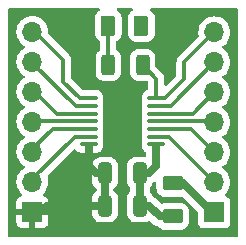
<source format=gbr>
%TF.GenerationSoftware,KiCad,Pcbnew,(7.0.0)*%
%TF.CreationDate,2023-04-14T14:06:49+02:00*%
%TF.ProjectId,ATtiny-final,41547469-6e79-42d6-9669-6e616c2e6b69,rev?*%
%TF.SameCoordinates,Original*%
%TF.FileFunction,Copper,L1,Top*%
%TF.FilePolarity,Positive*%
%FSLAX46Y46*%
G04 Gerber Fmt 4.6, Leading zero omitted, Abs format (unit mm)*
G04 Created by KiCad (PCBNEW (7.0.0)) date 2023-04-14 14:06:49*
%MOMM*%
%LPD*%
G01*
G04 APERTURE LIST*
G04 Aperture macros list*
%AMRoundRect*
0 Rectangle with rounded corners*
0 $1 Rounding radius*
0 $2 $3 $4 $5 $6 $7 $8 $9 X,Y pos of 4 corners*
0 Add a 4 corners polygon primitive as box body*
4,1,4,$2,$3,$4,$5,$6,$7,$8,$9,$2,$3,0*
0 Add four circle primitives for the rounded corners*
1,1,$1+$1,$2,$3*
1,1,$1+$1,$4,$5*
1,1,$1+$1,$6,$7*
1,1,$1+$1,$8,$9*
0 Add four rect primitives between the rounded corners*
20,1,$1+$1,$2,$3,$4,$5,0*
20,1,$1+$1,$4,$5,$6,$7,0*
20,1,$1+$1,$6,$7,$8,$9,0*
20,1,$1+$1,$8,$9,$2,$3,0*%
G04 Aperture macros list end*
%TA.AperFunction,SMDPad,CuDef*%
%ADD10RoundRect,0.250000X0.325000X0.650000X-0.325000X0.650000X-0.325000X-0.650000X0.325000X-0.650000X0*%
%TD*%
%TA.AperFunction,SMDPad,CuDef*%
%ADD11RoundRect,0.250000X0.375000X0.625000X-0.375000X0.625000X-0.375000X-0.625000X0.375000X-0.625000X0*%
%TD*%
%TA.AperFunction,SMDPad,CuDef*%
%ADD12RoundRect,0.250000X0.312500X0.625000X-0.312500X0.625000X-0.312500X-0.625000X0.312500X-0.625000X0*%
%TD*%
%TA.AperFunction,SMDPad,CuDef*%
%ADD13RoundRect,0.250000X0.625000X-0.375000X0.625000X0.375000X-0.625000X0.375000X-0.625000X-0.375000X0*%
%TD*%
%TA.AperFunction,SMDPad,CuDef*%
%ADD14RoundRect,0.100000X0.637500X0.100000X-0.637500X0.100000X-0.637500X-0.100000X0.637500X-0.100000X0*%
%TD*%
%TA.AperFunction,ComponentPad*%
%ADD15R,1.700000X1.700000*%
%TD*%
%TA.AperFunction,ComponentPad*%
%ADD16O,1.700000X1.700000*%
%TD*%
%TA.AperFunction,Conductor*%
%ADD17C,0.700000*%
%TD*%
%TA.AperFunction,Conductor*%
%ADD18C,0.350000*%
%TD*%
G04 APERTURE END LIST*
D10*
%TO.P,C1,1*%
%TO.N,N/C*%
X152701000Y-106150000D03*
%TO.P,C1,2*%
X149751000Y-106150000D03*
%TD*%
D11*
%TO.P,D2,1,K*%
%TO.N,N/C*%
X152825000Y-90890000D03*
%TO.P,D2,2,A*%
X150025000Y-90890000D03*
%TD*%
D10*
%TO.P,C2,1*%
%TO.N,N/C*%
X152701000Y-103400000D03*
%TO.P,C2,2*%
X149751000Y-103400000D03*
%TD*%
D12*
%TO.P,R1,1*%
%TO.N,N/C*%
X152946000Y-94230000D03*
%TO.P,R1,2*%
X150021000Y-94230000D03*
%TD*%
D13*
%TO.P,D1,1,K*%
%TO.N,N/C*%
X155476000Y-107050000D03*
%TO.P,D1,2,A*%
X155476000Y-104250000D03*
%TD*%
D14*
%TO.P,U1,1,VCC*%
%TO.N,N/C*%
X154088500Y-100950000D03*
%TO.P,U1,2,PA4*%
%TO.N,/XDIR{slash}PA4*%
X154088500Y-100300000D03*
%TO.P,U1,3,PA5*%
%TO.N,N/C*%
X154088500Y-99650000D03*
%TO.P,U1,4,PA6*%
%TO.N,/PA6*%
X154088500Y-99000000D03*
%TO.P,U1,5,PA7*%
%TO.N,N/C*%
X154088500Y-98350000D03*
%TO.P,U1,6,PB3*%
X154088500Y-97700000D03*
%TO.P,U1,7,PB2*%
X154088500Y-97050000D03*
%TO.P,U1,8,PB1*%
X148363500Y-97050000D03*
%TO.P,U1,9,PB0*%
X148363500Y-97700000D03*
%TO.P,U1,10,~{RESET}/PA0*%
X148363500Y-98350000D03*
%TO.P,U1,11,PA1*%
X148363500Y-99000000D03*
%TO.P,U1,12,PA2*%
X148363500Y-99650000D03*
%TO.P,U1,13,PA3*%
X148363500Y-100300000D03*
%TO.P,U1,14,GND*%
X148363500Y-100950000D03*
%TD*%
D15*
%TO.P,J1,1,Pin_1*%
%TO.N,VCC*%
X158999999Y-106699999D03*
D16*
%TO.P,J1,2,Pin_2*%
%TO.N,/XDIR{slash}PA4*%
X158999999Y-104159999D03*
%TO.P,J1,3,Pin_3*%
%TO.N,/PA5*%
X158999999Y-101619999D03*
%TO.P,J1,4,Pin_4*%
%TO.N,/PA6*%
X158999999Y-99079999D03*
%TO.P,J1,5,Pin_5*%
%TO.N,/PA7*%
X158999999Y-96539999D03*
%TO.P,J1,6,Pin_6*%
%TO.N,/RxD{slash}PB3*%
X158999999Y-93999999D03*
%TO.P,J1,7,Pin_7*%
%TO.N,/TxD{slash}PB2*%
X158999999Y-91459999D03*
%TD*%
D15*
%TO.P,J2,1,Pin_1*%
%TO.N,GND*%
X143599999Y-106659999D03*
D16*
%TO.P,J2,2,Pin_2*%
%TO.N,/XCK{slash}PA3*%
X143599999Y-104119999D03*
%TO.P,J2,3,Pin_3*%
%TO.N,/RXD{slash}PA2*%
X143599999Y-101579999D03*
%TO.P,J2,4,Pin_4*%
%TO.N,/TXD{slash}PA1*%
X143599999Y-99039999D03*
%TO.P,J2,5,Pin_5*%
%TO.N,/RESET-UDPI*%
X143599999Y-96499999D03*
%TO.P,J2,6,Pin_6*%
%TO.N,/SCL{slash}XDIR{slash}PB0*%
X143599999Y-93959999D03*
%TO.P,J2,7,Pin_7*%
%TO.N,/SDA{slash}XCK{slash}PB1*%
X143599999Y-91419999D03*
%TD*%
D17*
%TO.N,*%
X152701000Y-103400000D02*
X153476000Y-103400000D01*
X155476000Y-107050000D02*
X154376000Y-107050000D01*
X154376000Y-107050000D02*
X153476000Y-106150000D01*
X152701000Y-106150000D02*
X152701000Y-103400000D01*
X153476000Y-103400000D02*
X154088500Y-102787500D01*
D18*
X150025000Y-90890000D02*
X150025000Y-94226000D01*
D17*
X153476000Y-106150000D02*
X152701000Y-106150000D01*
X154088500Y-102787500D02*
X154088500Y-101050000D01*
D18*
X150025000Y-94226000D02*
X150021000Y-94230000D01*
D17*
%TO.N,GND*%
X149751000Y-106150000D02*
X144850000Y-106150000D01*
X148363500Y-101050000D02*
X148363500Y-102787500D01*
X149751000Y-103400000D02*
X149751000Y-106150000D01*
X148363500Y-102787500D02*
X148976000Y-103400000D01*
X144850000Y-106150000D02*
X144540000Y-106460000D01*
X148976000Y-103400000D02*
X149751000Y-103400000D01*
X144540000Y-106460000D02*
X143600000Y-106460000D01*
%TO.N,VCC*%
X158866000Y-106540000D02*
X158876000Y-106540000D01*
X156362000Y-104250000D02*
X158788000Y-106676000D01*
X155476000Y-104250000D02*
X156362000Y-104250000D01*
D18*
%TO.N,/XDIR{slash}PA4*%
X155140000Y-100300000D02*
X159000000Y-104160000D01*
X154081250Y-100300000D02*
X155140000Y-100300000D01*
%TO.N,/PA5*%
X157030000Y-99650000D02*
X154088500Y-99650000D01*
X159000000Y-101620000D02*
X157030000Y-99650000D01*
%TO.N,/PA6*%
X158920000Y-99000000D02*
X154088500Y-99000000D01*
X158796000Y-99000000D02*
X158876000Y-98920000D01*
X159000000Y-99080000D02*
X158920000Y-99000000D01*
%TO.N,/PA7*%
X157190000Y-98350000D02*
X159000000Y-96540000D01*
X154088500Y-98350000D02*
X157190000Y-98350000D01*
%TO.N,/RxD{slash}PB3*%
X154088500Y-97700000D02*
X155176000Y-97700000D01*
X159000000Y-94000000D02*
X155300000Y-97700000D01*
X155300000Y-97700000D02*
X155201000Y-97700000D01*
%TO.N,/TxD{slash}PB2*%
X154088500Y-97050000D02*
X154088500Y-95372500D01*
X154826000Y-97050000D02*
X156476000Y-95400000D01*
X156476000Y-93984000D02*
X159000000Y-91460000D01*
X156476000Y-95400000D02*
X156476000Y-93984000D01*
X154088500Y-97050000D02*
X154826000Y-97050000D01*
X154088500Y-95372500D02*
X152946000Y-94230000D01*
%TO.N,/XCK{slash}PA3*%
X148363500Y-100300000D02*
X147326000Y-100300000D01*
X147220000Y-100300000D02*
X147251000Y-100300000D01*
X143626000Y-104000000D02*
X143626000Y-104050000D01*
X143600000Y-103920000D02*
X147220000Y-100300000D01*
%TO.N,/RXD{slash}PA2*%
X145330000Y-99650000D02*
X143600000Y-101380000D01*
X148363500Y-99650000D02*
X145330000Y-99650000D01*
%TO.N,/TXD{slash}PA1*%
X148363500Y-99000000D02*
X148333500Y-98970000D01*
X143760000Y-99000000D02*
X148363500Y-99000000D01*
X143600000Y-98840000D02*
X143760000Y-99000000D01*
%TO.N,/RESET-UDPI*%
X148363500Y-98350000D02*
X145650000Y-98350000D01*
X145650000Y-98350000D02*
X143600000Y-96300000D01*
X143656000Y-96400000D02*
X143626000Y-96430000D01*
%TO.N,/SCL{slash}XDIR{slash}PB0*%
X143600000Y-94049000D02*
X147251000Y-97700000D01*
X143600000Y-93760000D02*
X143600000Y-94049000D01*
X143716000Y-93890000D02*
X143626000Y-93890000D01*
X148363500Y-97700000D02*
X147276000Y-97700000D01*
%TO.N,/SDA{slash}XCK{slash}PB1*%
X143600000Y-91220000D02*
X146226000Y-93846000D01*
X146226000Y-93846000D02*
X146226000Y-95650000D01*
X146226000Y-95650000D02*
X147626000Y-97050000D01*
X147626000Y-97050000D02*
X148363500Y-97050000D01*
%TD*%
%TA.AperFunction,Conductor*%
%TO.N,GND*%
G36*
X149246119Y-89416754D02*
G01*
X149291404Y-89461255D01*
X149308726Y-89522336D01*
X149293545Y-89583985D01*
X149249841Y-89630039D01*
X149187488Y-89668497D01*
X149187480Y-89668503D01*
X149181344Y-89672288D01*
X149176242Y-89677389D01*
X149176238Y-89677393D01*
X149062393Y-89791238D01*
X149062389Y-89791242D01*
X149057288Y-89796344D01*
X149053503Y-89802480D01*
X149053497Y-89802488D01*
X148968977Y-89939519D01*
X148965186Y-89945666D01*
X148962915Y-89952517D01*
X148962914Y-89952521D01*
X148912131Y-90105774D01*
X148910001Y-90112203D01*
X148909313Y-90118933D01*
X148909312Y-90118940D01*
X148899819Y-90211859D01*
X148899818Y-90211877D01*
X148899500Y-90214991D01*
X148899500Y-90218138D01*
X148899500Y-90218139D01*
X148899500Y-91561859D01*
X148899500Y-91561878D01*
X148899501Y-91565008D01*
X148899820Y-91568140D01*
X148899821Y-91568141D01*
X148909312Y-91661061D01*
X148909313Y-91661069D01*
X148910001Y-91667797D01*
X148965186Y-91834334D01*
X148968977Y-91840480D01*
X149053497Y-91977511D01*
X149053500Y-91977515D01*
X149057288Y-91983656D01*
X149181344Y-92107712D01*
X149290597Y-92175099D01*
X149333777Y-92220206D01*
X149349500Y-92280638D01*
X149349500Y-92875444D01*
X149333778Y-92935876D01*
X149290597Y-92980982D01*
X149245999Y-93008490D01*
X149245989Y-93008497D01*
X149239844Y-93012288D01*
X149234736Y-93017395D01*
X149234732Y-93017399D01*
X149120893Y-93131238D01*
X149120889Y-93131242D01*
X149115788Y-93136344D01*
X149112003Y-93142480D01*
X149111997Y-93142488D01*
X149028580Y-93277731D01*
X149023686Y-93285666D01*
X149021415Y-93292517D01*
X149021414Y-93292521D01*
X148970631Y-93445774D01*
X148968501Y-93452203D01*
X148967813Y-93458933D01*
X148967812Y-93458940D01*
X148958319Y-93551859D01*
X148958318Y-93551877D01*
X148958000Y-93554991D01*
X148958000Y-93558138D01*
X148958000Y-93558139D01*
X148958000Y-94901859D01*
X148958000Y-94901878D01*
X148958001Y-94905008D01*
X148958320Y-94908140D01*
X148958321Y-94908141D01*
X148967812Y-95001061D01*
X148967813Y-95001069D01*
X148968501Y-95007797D01*
X148970629Y-95014219D01*
X148970630Y-95014223D01*
X149021414Y-95167478D01*
X149023686Y-95174334D01*
X149027477Y-95180480D01*
X149111997Y-95317511D01*
X149112000Y-95317515D01*
X149115788Y-95323656D01*
X149239844Y-95447712D01*
X149245985Y-95451500D01*
X149245988Y-95451502D01*
X149262206Y-95461505D01*
X149389166Y-95539814D01*
X149555703Y-95594999D01*
X149658491Y-95605500D01*
X150383508Y-95605499D01*
X150486297Y-95594999D01*
X150652834Y-95539814D01*
X150802156Y-95447712D01*
X150926212Y-95323656D01*
X151018314Y-95174334D01*
X151073499Y-95007797D01*
X151084000Y-94905009D01*
X151083999Y-93554992D01*
X151073499Y-93452203D01*
X151018314Y-93285666D01*
X150926212Y-93136344D01*
X150802156Y-93012288D01*
X150796007Y-93008495D01*
X150796003Y-93008492D01*
X150759404Y-92985918D01*
X150716223Y-92940811D01*
X150700500Y-92880379D01*
X150700500Y-92280638D01*
X150716223Y-92220206D01*
X150759402Y-92175099D01*
X150868656Y-92107712D01*
X150992712Y-91983656D01*
X151084814Y-91834334D01*
X151139999Y-91667797D01*
X151150500Y-91565009D01*
X151150499Y-90214992D01*
X151139999Y-90112203D01*
X151084814Y-89945666D01*
X150992712Y-89796344D01*
X150868656Y-89672288D01*
X150862515Y-89668500D01*
X150862511Y-89668497D01*
X150800159Y-89630039D01*
X150756455Y-89583985D01*
X150741274Y-89522336D01*
X150758596Y-89461255D01*
X150803881Y-89416754D01*
X150865255Y-89400500D01*
X151984745Y-89400500D01*
X152046119Y-89416754D01*
X152091404Y-89461255D01*
X152108726Y-89522336D01*
X152093545Y-89583985D01*
X152049841Y-89630039D01*
X151987488Y-89668497D01*
X151987480Y-89668503D01*
X151981344Y-89672288D01*
X151976242Y-89677389D01*
X151976238Y-89677393D01*
X151862393Y-89791238D01*
X151862389Y-89791242D01*
X151857288Y-89796344D01*
X151853503Y-89802480D01*
X151853497Y-89802488D01*
X151768977Y-89939519D01*
X151765186Y-89945666D01*
X151762915Y-89952517D01*
X151762914Y-89952521D01*
X151712131Y-90105774D01*
X151710001Y-90112203D01*
X151709313Y-90118933D01*
X151709312Y-90118940D01*
X151699819Y-90211859D01*
X151699818Y-90211877D01*
X151699500Y-90214991D01*
X151699500Y-90218138D01*
X151699500Y-90218139D01*
X151699500Y-91561859D01*
X151699500Y-91561878D01*
X151699501Y-91565008D01*
X151699820Y-91568140D01*
X151699821Y-91568141D01*
X151709312Y-91661061D01*
X151709313Y-91661069D01*
X151710001Y-91667797D01*
X151765186Y-91834334D01*
X151768977Y-91840480D01*
X151853497Y-91977511D01*
X151853500Y-91977515D01*
X151857288Y-91983656D01*
X151981344Y-92107712D01*
X151987484Y-92111499D01*
X151987488Y-92111502D01*
X152022224Y-92132927D01*
X152130666Y-92199814D01*
X152297203Y-92254999D01*
X152399991Y-92265500D01*
X153250008Y-92265499D01*
X153352797Y-92254999D01*
X153519334Y-92199814D01*
X153668656Y-92107712D01*
X153792712Y-91983656D01*
X153884814Y-91834334D01*
X153939999Y-91667797D01*
X153950500Y-91565009D01*
X153950499Y-90214992D01*
X153939999Y-90112203D01*
X153884814Y-89945666D01*
X153792712Y-89796344D01*
X153668656Y-89672288D01*
X153662515Y-89668500D01*
X153662511Y-89668497D01*
X153600159Y-89630039D01*
X153556455Y-89583985D01*
X153541274Y-89522336D01*
X153558596Y-89461255D01*
X153603881Y-89416754D01*
X153665255Y-89400500D01*
X160875500Y-89400500D01*
X160937500Y-89417113D01*
X160982887Y-89462500D01*
X160999500Y-89524500D01*
X160999500Y-108675500D01*
X160982887Y-108737500D01*
X160937500Y-108782887D01*
X160875500Y-108799500D01*
X141652500Y-108799500D01*
X141590500Y-108782887D01*
X141545113Y-108737500D01*
X141528500Y-108675500D01*
X141528500Y-107554518D01*
X142250000Y-107554518D01*
X142250353Y-107561114D01*
X142255573Y-107609667D01*
X142259111Y-107624641D01*
X142303547Y-107743777D01*
X142311962Y-107759189D01*
X142387498Y-107860092D01*
X142399907Y-107872501D01*
X142500810Y-107948037D01*
X142516222Y-107956452D01*
X142635358Y-108000888D01*
X142650332Y-108004426D01*
X142698885Y-108009646D01*
X142705482Y-108010000D01*
X143333674Y-108010000D01*
X143346549Y-108006549D01*
X143350000Y-107993674D01*
X143850000Y-107993674D01*
X143853450Y-108006549D01*
X143866326Y-108010000D01*
X144494518Y-108010000D01*
X144501114Y-108009646D01*
X144549667Y-108004426D01*
X144564641Y-108000888D01*
X144683777Y-107956452D01*
X144699189Y-107948037D01*
X144800092Y-107872501D01*
X144812501Y-107860092D01*
X144888037Y-107759189D01*
X144896452Y-107743777D01*
X144940888Y-107624641D01*
X144944426Y-107609667D01*
X144949646Y-107561114D01*
X144950000Y-107554518D01*
X144950000Y-106926326D01*
X144946549Y-106913450D01*
X144933674Y-106910000D01*
X143866326Y-106910000D01*
X143853450Y-106913450D01*
X143850000Y-106926326D01*
X143850000Y-107993674D01*
X143350000Y-107993674D01*
X143350000Y-106926326D01*
X143346549Y-106913450D01*
X143333674Y-106910000D01*
X142266326Y-106910000D01*
X142253450Y-106913450D01*
X142250000Y-106926326D01*
X142250000Y-107554518D01*
X141528500Y-107554518D01*
X141528500Y-106846878D01*
X148675500Y-106846878D01*
X148675501Y-106850008D01*
X148675820Y-106853140D01*
X148675821Y-106853141D01*
X148685312Y-106946061D01*
X148685313Y-106946069D01*
X148686001Y-106952797D01*
X148741186Y-107119334D01*
X148744977Y-107125480D01*
X148829497Y-107262511D01*
X148829500Y-107262515D01*
X148833288Y-107268656D01*
X148957344Y-107392712D01*
X148963485Y-107396500D01*
X148963488Y-107396502D01*
X148998850Y-107418313D01*
X149106666Y-107484814D01*
X149273203Y-107539999D01*
X149375991Y-107550500D01*
X150126008Y-107550499D01*
X150228797Y-107539999D01*
X150395334Y-107484814D01*
X150544656Y-107392712D01*
X150668712Y-107268656D01*
X150760814Y-107119334D01*
X150815999Y-106952797D01*
X150826500Y-106850009D01*
X150826500Y-106846878D01*
X151625500Y-106846878D01*
X151625501Y-106850008D01*
X151625820Y-106853140D01*
X151625821Y-106853141D01*
X151635312Y-106946061D01*
X151635313Y-106946069D01*
X151636001Y-106952797D01*
X151691186Y-107119334D01*
X151694977Y-107125480D01*
X151779497Y-107262511D01*
X151779500Y-107262515D01*
X151783288Y-107268656D01*
X151907344Y-107392712D01*
X151913485Y-107396500D01*
X151913488Y-107396502D01*
X151948850Y-107418313D01*
X152056666Y-107484814D01*
X152223203Y-107539999D01*
X152325991Y-107550500D01*
X153076008Y-107550499D01*
X153178797Y-107539999D01*
X153345334Y-107484814D01*
X153424363Y-107436068D01*
X153476256Y-107418313D01*
X153530736Y-107424680D01*
X153577138Y-107453927D01*
X153746598Y-107623387D01*
X153753425Y-107630792D01*
X153787663Y-107671100D01*
X153793012Y-107675166D01*
X153793014Y-107675168D01*
X153850772Y-107719074D01*
X153853418Y-107721143D01*
X153900750Y-107759189D01*
X153915246Y-107770841D01*
X153921268Y-107773827D01*
X153925334Y-107776426D01*
X153929573Y-107778976D01*
X153934936Y-107783054D01*
X154003980Y-107814997D01*
X154006913Y-107816354D01*
X154009943Y-107817805D01*
X154080979Y-107853036D01*
X154087508Y-107854659D01*
X154092163Y-107856369D01*
X154096727Y-107857907D01*
X154102833Y-107860732D01*
X154180291Y-107877781D01*
X154183554Y-107878546D01*
X154229505Y-107889974D01*
X154287259Y-107922626D01*
X154382344Y-108017712D01*
X154388485Y-108021500D01*
X154388488Y-108021502D01*
X154435502Y-108050500D01*
X154531666Y-108109814D01*
X154698203Y-108164999D01*
X154800991Y-108175500D01*
X156151008Y-108175499D01*
X156253797Y-108164999D01*
X156420334Y-108109814D01*
X156569656Y-108017712D01*
X156693712Y-107893656D01*
X156785814Y-107744334D01*
X156840999Y-107577797D01*
X156851500Y-107475009D01*
X156851499Y-106624992D01*
X156840999Y-106522203D01*
X156785814Y-106355666D01*
X156693712Y-106206344D01*
X156569656Y-106082288D01*
X156563515Y-106078500D01*
X156563511Y-106078497D01*
X156447804Y-106007130D01*
X156420334Y-105990186D01*
X156253797Y-105935001D01*
X156247064Y-105934313D01*
X156247059Y-105934312D01*
X156154140Y-105924819D01*
X156154123Y-105924818D01*
X156151009Y-105924500D01*
X156147860Y-105924500D01*
X154804140Y-105924500D01*
X154804120Y-105924500D01*
X154800992Y-105924501D01*
X154797860Y-105924820D01*
X154797858Y-105924821D01*
X154704938Y-105934312D01*
X154704928Y-105934313D01*
X154698203Y-105935001D01*
X154691780Y-105937129D01*
X154691772Y-105937131D01*
X154594734Y-105969286D01*
X154527134Y-105972237D01*
X154468050Y-105939261D01*
X154105400Y-105576611D01*
X154098573Y-105569206D01*
X154064337Y-105528900D01*
X154001213Y-105480914D01*
X153998622Y-105478889D01*
X153936754Y-105429158D01*
X153930732Y-105426171D01*
X153926630Y-105423549D01*
X153922412Y-105421011D01*
X153917064Y-105416946D01*
X153845082Y-105383643D01*
X153842058Y-105382193D01*
X153811259Y-105366919D01*
X153772735Y-105337145D01*
X153748645Y-105294833D01*
X153713086Y-105187523D01*
X153710814Y-105180666D01*
X153618712Y-105031344D01*
X153587819Y-105000451D01*
X153560939Y-104960223D01*
X153551500Y-104912770D01*
X153551500Y-104637230D01*
X153560939Y-104589777D01*
X153587819Y-104549549D01*
X153587818Y-104549549D01*
X153618712Y-104518656D01*
X153710814Y-104369334D01*
X153747663Y-104258128D01*
X153777473Y-104209669D01*
X153822780Y-104181491D01*
X153822745Y-104181415D01*
X153823359Y-104181130D01*
X153825781Y-104179624D01*
X153835221Y-104176444D01*
X153840989Y-104172972D01*
X153845433Y-104170917D01*
X153849794Y-104168754D01*
X153856116Y-104166432D01*
X153909715Y-104132171D01*
X153972302Y-104112721D01*
X154036060Y-104127891D01*
X154083180Y-104173442D01*
X154100500Y-104236650D01*
X154100500Y-104671858D01*
X154100500Y-104671877D01*
X154100501Y-104675008D01*
X154100820Y-104678140D01*
X154100821Y-104678141D01*
X154110312Y-104771061D01*
X154110313Y-104771069D01*
X154111001Y-104777797D01*
X154113129Y-104784219D01*
X154113130Y-104784223D01*
X154145046Y-104880539D01*
X154166186Y-104944334D01*
X154169977Y-104950480D01*
X154254497Y-105087511D01*
X154254500Y-105087515D01*
X154258288Y-105093656D01*
X154382344Y-105217712D01*
X154388485Y-105221500D01*
X154388488Y-105221502D01*
X154398623Y-105227753D01*
X154531666Y-105309814D01*
X154698203Y-105364999D01*
X154800991Y-105375500D01*
X156151008Y-105375499D01*
X156213703Y-105369094D01*
X156267863Y-105375625D01*
X156313982Y-105404771D01*
X157613181Y-106703970D01*
X157640061Y-106744198D01*
X157649500Y-106791651D01*
X157649500Y-107594560D01*
X157649500Y-107594578D01*
X157649501Y-107597872D01*
X157649853Y-107601150D01*
X157649854Y-107601161D01*
X157655079Y-107649768D01*
X157655080Y-107649773D01*
X157655909Y-107657483D01*
X157658619Y-107664749D01*
X157658620Y-107664753D01*
X157688302Y-107744334D01*
X157706204Y-107792331D01*
X157711518Y-107799430D01*
X157711519Y-107799431D01*
X157785877Y-107898761D01*
X157792454Y-107907546D01*
X157907669Y-107993796D01*
X158042517Y-108044091D01*
X158102127Y-108050500D01*
X159897872Y-108050499D01*
X159957483Y-108044091D01*
X160092331Y-107993796D01*
X160207546Y-107907546D01*
X160293796Y-107792331D01*
X160344091Y-107657483D01*
X160350500Y-107597873D01*
X160350499Y-105802128D01*
X160344091Y-105742517D01*
X160293796Y-105607669D01*
X160207546Y-105492454D01*
X160189377Y-105478853D01*
X160099431Y-105411519D01*
X160099430Y-105411518D01*
X160092331Y-105406204D01*
X160022359Y-105380106D01*
X159960916Y-105357189D01*
X159910537Y-105322210D01*
X159883084Y-105267365D01*
X159885273Y-105206072D01*
X159916566Y-105153329D01*
X160038495Y-105031401D01*
X160174035Y-104837830D01*
X160273903Y-104623663D01*
X160335063Y-104395408D01*
X160355659Y-104160000D01*
X160335063Y-103924592D01*
X160273903Y-103696337D01*
X160174035Y-103482171D01*
X160038495Y-103288599D01*
X159871401Y-103121505D01*
X159866968Y-103118401D01*
X159866961Y-103118395D01*
X159685842Y-102991575D01*
X159646976Y-102947257D01*
X159632965Y-102890000D01*
X159646976Y-102832743D01*
X159685842Y-102788425D01*
X159866961Y-102661604D01*
X159866961Y-102661603D01*
X159871401Y-102658495D01*
X160038495Y-102491401D01*
X160174035Y-102297830D01*
X160273903Y-102083663D01*
X160335063Y-101855408D01*
X160355659Y-101620000D01*
X160335063Y-101384592D01*
X160273903Y-101156337D01*
X160174035Y-100942171D01*
X160038495Y-100748599D01*
X159871401Y-100581505D01*
X159866968Y-100578401D01*
X159866961Y-100578395D01*
X159685842Y-100451575D01*
X159646976Y-100407257D01*
X159632965Y-100350000D01*
X159646976Y-100292743D01*
X159685842Y-100248425D01*
X159866961Y-100121604D01*
X159866961Y-100121603D01*
X159871401Y-100118495D01*
X160038495Y-99951401D01*
X160174035Y-99757830D01*
X160273903Y-99543663D01*
X160335063Y-99315408D01*
X160355659Y-99080000D01*
X160335063Y-98844592D01*
X160273903Y-98616337D01*
X160174035Y-98402171D01*
X160038495Y-98208599D01*
X159871401Y-98041505D01*
X159866968Y-98038401D01*
X159866961Y-98038395D01*
X159685842Y-97911575D01*
X159646976Y-97867257D01*
X159632965Y-97810000D01*
X159646976Y-97752743D01*
X159685842Y-97708425D01*
X159866961Y-97581604D01*
X159866961Y-97581603D01*
X159871401Y-97578495D01*
X160038495Y-97411401D01*
X160174035Y-97217830D01*
X160273903Y-97003663D01*
X160335063Y-96775408D01*
X160355659Y-96540000D01*
X160335063Y-96304592D01*
X160273903Y-96076337D01*
X160174035Y-95862171D01*
X160038495Y-95668599D01*
X159871401Y-95501505D01*
X159866968Y-95498401D01*
X159866961Y-95498395D01*
X159685842Y-95371575D01*
X159646976Y-95327257D01*
X159632965Y-95270000D01*
X159646976Y-95212743D01*
X159685842Y-95168425D01*
X159866961Y-95041604D01*
X159866961Y-95041603D01*
X159871401Y-95038495D01*
X160038495Y-94871401D01*
X160174035Y-94677830D01*
X160273903Y-94463663D01*
X160335063Y-94235408D01*
X160355659Y-94000000D01*
X160335063Y-93764592D01*
X160273903Y-93536337D01*
X160174035Y-93322171D01*
X160038495Y-93128599D01*
X159871401Y-92961505D01*
X159866968Y-92958401D01*
X159866961Y-92958395D01*
X159685842Y-92831575D01*
X159646976Y-92787257D01*
X159632965Y-92730000D01*
X159646976Y-92672743D01*
X159685842Y-92628425D01*
X159866961Y-92501604D01*
X159866961Y-92501603D01*
X159871401Y-92498495D01*
X160038495Y-92331401D01*
X160174035Y-92137830D01*
X160273903Y-91923663D01*
X160335063Y-91695408D01*
X160355659Y-91460000D01*
X160335063Y-91224592D01*
X160273903Y-90996337D01*
X160174035Y-90782171D01*
X160038495Y-90588599D01*
X159871401Y-90421505D01*
X159866970Y-90418402D01*
X159866966Y-90418399D01*
X159682259Y-90289066D01*
X159682257Y-90289064D01*
X159677830Y-90285965D01*
X159672933Y-90283681D01*
X159672927Y-90283678D01*
X159468572Y-90188386D01*
X159468570Y-90188385D01*
X159463663Y-90186097D01*
X159458438Y-90184697D01*
X159458430Y-90184694D01*
X159240634Y-90126337D01*
X159240630Y-90126336D01*
X159235408Y-90124937D01*
X159230020Y-90124465D01*
X159230017Y-90124465D01*
X159005395Y-90104813D01*
X159000000Y-90104341D01*
X158994605Y-90104813D01*
X158769982Y-90124465D01*
X158769977Y-90124465D01*
X158764592Y-90124937D01*
X158759371Y-90126335D01*
X158759365Y-90126337D01*
X158541569Y-90184694D01*
X158541557Y-90184698D01*
X158536337Y-90186097D01*
X158531432Y-90188383D01*
X158531427Y-90188386D01*
X158327081Y-90283675D01*
X158327077Y-90283677D01*
X158322171Y-90285965D01*
X158317738Y-90289068D01*
X158317731Y-90289073D01*
X158133034Y-90418399D01*
X158133029Y-90418402D01*
X158128599Y-90421505D01*
X158124775Y-90425328D01*
X158124769Y-90425334D01*
X157965334Y-90584769D01*
X157965328Y-90584775D01*
X157961505Y-90588599D01*
X157958402Y-90593029D01*
X157958399Y-90593034D01*
X157829073Y-90777731D01*
X157829068Y-90777738D01*
X157825965Y-90782171D01*
X157823677Y-90787077D01*
X157823675Y-90787081D01*
X157728386Y-90991427D01*
X157728383Y-90991432D01*
X157726097Y-90996337D01*
X157724698Y-91001557D01*
X157724694Y-91001569D01*
X157666337Y-91219365D01*
X157666335Y-91219371D01*
X157664937Y-91224592D01*
X157644341Y-91460000D01*
X157644813Y-91465395D01*
X157663083Y-91674225D01*
X157664937Y-91695408D01*
X157666336Y-91700630D01*
X157666337Y-91700634D01*
X157676913Y-91740104D01*
X157676913Y-91804291D01*
X157644819Y-91859878D01*
X156015424Y-93489273D01*
X156009972Y-93494405D01*
X155972286Y-93527792D01*
X155972278Y-93527800D01*
X155966668Y-93532771D01*
X155962407Y-93538943D01*
X155962406Y-93538945D01*
X155933800Y-93580387D01*
X155929363Y-93586416D01*
X155898298Y-93626068D01*
X155898293Y-93626076D01*
X155893674Y-93631972D01*
X155890600Y-93638800D01*
X155890597Y-93638806D01*
X155889823Y-93640527D01*
X155878810Y-93660054D01*
X155877741Y-93661601D01*
X155877736Y-93661609D01*
X155873482Y-93667774D01*
X155870825Y-93674779D01*
X155870820Y-93674789D01*
X155852964Y-93721869D01*
X155850102Y-93728781D01*
X155829426Y-93774724D01*
X155829423Y-93774730D01*
X155826350Y-93781561D01*
X155824999Y-93788931D01*
X155824997Y-93788938D01*
X155824660Y-93790780D01*
X155818639Y-93812377D01*
X155817971Y-93814136D01*
X155817966Y-93814156D01*
X155815312Y-93821155D01*
X155814409Y-93828586D01*
X155814406Y-93828601D01*
X155808333Y-93878613D01*
X155807208Y-93886011D01*
X155796781Y-93942915D01*
X155799907Y-93994605D01*
X155800274Y-94000665D01*
X155800500Y-94008151D01*
X155800500Y-95068836D01*
X155791061Y-95116289D01*
X155764180Y-95156517D01*
X155287665Y-95633034D01*
X154975681Y-95945018D01*
X154926318Y-95975268D01*
X154868602Y-95979810D01*
X154815115Y-95957655D01*
X154777515Y-95913632D01*
X154764000Y-95857337D01*
X154764000Y-95396651D01*
X154764226Y-95389165D01*
X154765373Y-95370199D01*
X154767719Y-95331415D01*
X154757284Y-95274477D01*
X154756163Y-95267103D01*
X154750092Y-95217101D01*
X154749188Y-95209655D01*
X154745862Y-95200887D01*
X154739837Y-95179269D01*
X154738150Y-95170061D01*
X154714398Y-95117286D01*
X154711539Y-95110382D01*
X154693680Y-95063292D01*
X154693678Y-95063289D01*
X154691018Y-95056274D01*
X154686754Y-95050097D01*
X154686753Y-95050094D01*
X154685694Y-95048560D01*
X154674672Y-95029018D01*
X154670826Y-95020472D01*
X154635139Y-94974922D01*
X154630700Y-94968890D01*
X154602093Y-94927444D01*
X154602092Y-94927443D01*
X154597832Y-94921271D01*
X154554527Y-94882906D01*
X154549073Y-94877772D01*
X154045318Y-94374017D01*
X154018438Y-94333789D01*
X154008999Y-94286336D01*
X154008999Y-93558141D01*
X154008999Y-93558139D01*
X154008999Y-93554992D01*
X153998499Y-93452203D01*
X153943314Y-93285666D01*
X153851212Y-93136344D01*
X153727156Y-93012288D01*
X153721015Y-93008500D01*
X153721011Y-93008497D01*
X153583980Y-92923977D01*
X153577834Y-92920186D01*
X153411297Y-92865001D01*
X153404564Y-92864313D01*
X153404559Y-92864312D01*
X153311640Y-92854819D01*
X153311623Y-92854818D01*
X153308509Y-92854500D01*
X153305360Y-92854500D01*
X152586641Y-92854500D01*
X152586621Y-92854500D01*
X152583492Y-92854501D01*
X152580360Y-92854820D01*
X152580358Y-92854821D01*
X152487438Y-92864312D01*
X152487428Y-92864313D01*
X152480703Y-92865001D01*
X152474281Y-92867128D01*
X152474276Y-92867130D01*
X152321021Y-92917914D01*
X152321017Y-92917915D01*
X152314166Y-92920186D01*
X152308022Y-92923975D01*
X152308019Y-92923977D01*
X152170988Y-93008497D01*
X152170980Y-93008503D01*
X152164844Y-93012288D01*
X152159742Y-93017389D01*
X152159738Y-93017393D01*
X152045893Y-93131238D01*
X152045889Y-93131242D01*
X152040788Y-93136344D01*
X152037003Y-93142480D01*
X152036997Y-93142488D01*
X151953580Y-93277731D01*
X151948686Y-93285666D01*
X151946415Y-93292517D01*
X151946414Y-93292521D01*
X151895631Y-93445774D01*
X151893501Y-93452203D01*
X151892813Y-93458933D01*
X151892812Y-93458940D01*
X151883319Y-93551859D01*
X151883318Y-93551877D01*
X151883000Y-93554991D01*
X151883000Y-93558138D01*
X151883000Y-93558139D01*
X151883000Y-94901859D01*
X151883000Y-94901878D01*
X151883001Y-94905008D01*
X151883320Y-94908140D01*
X151883321Y-94908141D01*
X151892812Y-95001061D01*
X151892813Y-95001069D01*
X151893501Y-95007797D01*
X151895629Y-95014219D01*
X151895630Y-95014223D01*
X151946414Y-95167478D01*
X151948686Y-95174334D01*
X151952477Y-95180480D01*
X152036997Y-95317511D01*
X152037000Y-95317515D01*
X152040788Y-95323656D01*
X152164844Y-95447712D01*
X152170985Y-95451500D01*
X152170988Y-95451502D01*
X152187206Y-95461505D01*
X152314166Y-95539814D01*
X152480703Y-95594999D01*
X152583491Y-95605500D01*
X153289000Y-95605499D01*
X153351000Y-95622112D01*
X153396387Y-95667499D01*
X153413000Y-95729499D01*
X153413000Y-96240576D01*
X153398989Y-96297833D01*
X153360123Y-96342151D01*
X153310095Y-96361604D01*
X153310146Y-96361792D01*
X153308437Y-96362249D01*
X153305184Y-96363515D01*
X153302296Y-96363895D01*
X153302294Y-96363895D01*
X153294238Y-96364956D01*
X153286738Y-96368062D01*
X153286729Y-96368065D01*
X153155666Y-96422354D01*
X153155662Y-96422355D01*
X153148159Y-96425464D01*
X153141714Y-96430408D01*
X153141711Y-96430411D01*
X153029164Y-96516771D01*
X153029160Y-96516774D01*
X153022718Y-96521718D01*
X153017774Y-96528160D01*
X153017771Y-96528164D01*
X152931411Y-96640711D01*
X152931408Y-96640714D01*
X152926464Y-96647159D01*
X152923355Y-96654662D01*
X152923354Y-96654666D01*
X152869066Y-96785728D01*
X152869066Y-96785729D01*
X152865956Y-96793238D01*
X152864896Y-96801289D01*
X152864894Y-96801297D01*
X152851029Y-96906618D01*
X152850500Y-96910639D01*
X152850500Y-96914691D01*
X152850500Y-96914692D01*
X152850500Y-97185305D01*
X152850500Y-97185320D01*
X152850501Y-97189360D01*
X152851029Y-97193374D01*
X152851030Y-97193382D01*
X152854832Y-97222259D01*
X152865956Y-97306762D01*
X152869064Y-97314265D01*
X152869065Y-97314269D01*
X152874566Y-97327549D01*
X152884004Y-97375000D01*
X152874566Y-97422451D01*
X152869066Y-97435728D01*
X152869064Y-97435733D01*
X152865956Y-97443238D01*
X152864896Y-97451289D01*
X152864894Y-97451297D01*
X152851029Y-97556618D01*
X152850500Y-97560639D01*
X152850500Y-97564691D01*
X152850500Y-97564692D01*
X152850500Y-97835305D01*
X152850500Y-97835320D01*
X152850501Y-97839360D01*
X152851029Y-97843374D01*
X152851030Y-97843382D01*
X152864895Y-97948703D01*
X152865956Y-97956762D01*
X152869064Y-97964265D01*
X152869065Y-97964269D01*
X152874566Y-97977549D01*
X152884004Y-98025000D01*
X152874566Y-98072451D01*
X152869066Y-98085728D01*
X152869064Y-98085733D01*
X152865956Y-98093238D01*
X152864896Y-98101289D01*
X152864894Y-98101297D01*
X152851029Y-98206618D01*
X152850500Y-98210639D01*
X152850500Y-98214691D01*
X152850500Y-98214692D01*
X152850500Y-98485305D01*
X152850500Y-98485320D01*
X152850501Y-98489360D01*
X152851029Y-98493374D01*
X152851030Y-98493382D01*
X152864895Y-98598703D01*
X152865956Y-98606762D01*
X152869063Y-98614263D01*
X152869065Y-98614270D01*
X152872089Y-98621569D01*
X152874562Y-98627540D01*
X152874565Y-98627546D01*
X152884004Y-98674997D01*
X152874567Y-98722448D01*
X152869066Y-98735728D01*
X152869064Y-98735733D01*
X152865956Y-98743238D01*
X152864896Y-98751289D01*
X152864894Y-98751297D01*
X152851029Y-98856618D01*
X152850500Y-98860639D01*
X152850500Y-98864691D01*
X152850500Y-98864692D01*
X152850500Y-99135305D01*
X152850500Y-99135320D01*
X152850501Y-99139360D01*
X152865956Y-99256762D01*
X152869064Y-99264265D01*
X152869065Y-99264269D01*
X152874566Y-99277549D01*
X152884004Y-99325000D01*
X152874566Y-99372451D01*
X152869066Y-99385728D01*
X152869064Y-99385733D01*
X152865956Y-99393238D01*
X152864896Y-99401289D01*
X152864894Y-99401297D01*
X152851029Y-99506618D01*
X152850500Y-99510639D01*
X152850500Y-99514691D01*
X152850500Y-99514692D01*
X152850500Y-99785305D01*
X152850500Y-99785320D01*
X152850501Y-99789360D01*
X152865956Y-99906762D01*
X152869064Y-99914265D01*
X152869065Y-99914269D01*
X152874566Y-99927549D01*
X152884004Y-99975000D01*
X152874566Y-100022451D01*
X152869066Y-100035728D01*
X152869064Y-100035733D01*
X152865956Y-100043238D01*
X152864896Y-100051289D01*
X152864894Y-100051297D01*
X152851029Y-100156618D01*
X152850500Y-100160639D01*
X152850500Y-100164691D01*
X152850500Y-100164692D01*
X152850500Y-100435305D01*
X152850500Y-100435320D01*
X152850501Y-100439360D01*
X152851029Y-100443374D01*
X152851030Y-100443382D01*
X152864895Y-100548703D01*
X152865956Y-100556762D01*
X152869064Y-100564265D01*
X152869065Y-100564269D01*
X152874566Y-100577549D01*
X152884004Y-100625000D01*
X152874566Y-100672451D01*
X152869066Y-100685728D01*
X152869064Y-100685733D01*
X152865956Y-100693238D01*
X152864896Y-100701289D01*
X152864894Y-100701297D01*
X152851029Y-100806618D01*
X152850500Y-100810639D01*
X152850500Y-100814691D01*
X152850500Y-100814692D01*
X152850500Y-101085305D01*
X152850500Y-101085320D01*
X152850501Y-101089360D01*
X152851029Y-101093374D01*
X152851030Y-101093382D01*
X152864895Y-101198702D01*
X152865956Y-101206762D01*
X152869063Y-101214263D01*
X152869065Y-101214270D01*
X152903324Y-101296976D01*
X152926464Y-101352841D01*
X152931411Y-101359288D01*
X153017769Y-101471833D01*
X153022718Y-101478282D01*
X153148159Y-101574536D01*
X153161452Y-101580042D01*
X153201681Y-101606921D01*
X153228561Y-101647150D01*
X153238000Y-101694603D01*
X153238000Y-101878736D01*
X153219221Y-101944344D01*
X153168574Y-101990081D01*
X153101398Y-102002093D01*
X153094189Y-102001357D01*
X153079138Y-101999819D01*
X153079125Y-101999818D01*
X153076009Y-101999500D01*
X153072860Y-101999500D01*
X152329141Y-101999500D01*
X152329121Y-101999500D01*
X152325992Y-101999501D01*
X152322860Y-101999820D01*
X152322858Y-101999821D01*
X152229938Y-102009312D01*
X152229928Y-102009313D01*
X152223203Y-102010001D01*
X152216781Y-102012128D01*
X152216776Y-102012130D01*
X152063521Y-102062914D01*
X152063517Y-102062915D01*
X152056666Y-102065186D01*
X152050522Y-102068975D01*
X152050519Y-102068977D01*
X151913488Y-102153497D01*
X151913480Y-102153503D01*
X151907344Y-102157288D01*
X151902242Y-102162389D01*
X151902238Y-102162393D01*
X151788393Y-102276238D01*
X151788389Y-102276242D01*
X151783288Y-102281344D01*
X151779503Y-102287480D01*
X151779497Y-102287488D01*
X151694977Y-102424519D01*
X151691186Y-102430666D01*
X151688915Y-102437517D01*
X151688914Y-102437521D01*
X151638131Y-102590774D01*
X151636001Y-102597203D01*
X151635313Y-102603933D01*
X151635312Y-102603940D01*
X151625819Y-102696859D01*
X151625818Y-102696877D01*
X151625500Y-102699991D01*
X151625500Y-102703138D01*
X151625500Y-102703139D01*
X151625500Y-104096859D01*
X151625500Y-104096878D01*
X151625501Y-104100008D01*
X151625820Y-104103140D01*
X151625821Y-104103141D01*
X151635312Y-104196061D01*
X151635313Y-104196069D01*
X151636001Y-104202797D01*
X151638129Y-104209219D01*
X151638130Y-104209223D01*
X151683390Y-104345808D01*
X151691186Y-104369334D01*
X151694977Y-104375480D01*
X151779497Y-104512511D01*
X151779500Y-104512515D01*
X151783288Y-104518656D01*
X151788393Y-104523761D01*
X151814181Y-104549549D01*
X151841061Y-104589777D01*
X151850500Y-104637230D01*
X151850500Y-104912770D01*
X151841061Y-104960223D01*
X151814181Y-105000451D01*
X151788393Y-105026238D01*
X151788389Y-105026242D01*
X151783288Y-105031344D01*
X151779503Y-105037480D01*
X151779497Y-105037488D01*
X151704861Y-105158495D01*
X151691186Y-105180666D01*
X151688915Y-105187517D01*
X151688914Y-105187521D01*
X151640364Y-105334035D01*
X151636001Y-105347203D01*
X151635313Y-105353933D01*
X151635312Y-105353940D01*
X151625819Y-105446859D01*
X151625818Y-105446877D01*
X151625500Y-105449991D01*
X151625500Y-105453138D01*
X151625500Y-105453139D01*
X151625500Y-106846859D01*
X151625500Y-106846878D01*
X150826500Y-106846878D01*
X150826499Y-105449992D01*
X150815999Y-105347203D01*
X150760814Y-105180666D01*
X150668712Y-105031344D01*
X150544656Y-104907288D01*
X150501286Y-104880537D01*
X150458107Y-104835432D01*
X150442384Y-104775000D01*
X150458107Y-104714568D01*
X150501286Y-104669462D01*
X150544656Y-104642712D01*
X150668712Y-104518656D01*
X150760814Y-104369334D01*
X150815999Y-104202797D01*
X150826500Y-104100009D01*
X150826499Y-102699992D01*
X150815999Y-102597203D01*
X150760814Y-102430666D01*
X150707702Y-102344558D01*
X150672502Y-102287488D01*
X150672500Y-102287485D01*
X150668712Y-102281344D01*
X150544656Y-102157288D01*
X150538515Y-102153500D01*
X150538511Y-102153497D01*
X150401480Y-102068977D01*
X150395334Y-102065186D01*
X150345196Y-102048572D01*
X150235225Y-102012131D01*
X150235224Y-102012130D01*
X150228797Y-102010001D01*
X150222064Y-102009313D01*
X150222059Y-102009312D01*
X150129140Y-101999819D01*
X150129123Y-101999818D01*
X150126009Y-101999500D01*
X150122860Y-101999500D01*
X149379141Y-101999500D01*
X149379121Y-101999500D01*
X149375992Y-101999501D01*
X149372860Y-101999820D01*
X149372858Y-101999821D01*
X149279938Y-102009312D01*
X149279928Y-102009313D01*
X149273203Y-102010001D01*
X149266781Y-102012128D01*
X149266776Y-102012130D01*
X149113521Y-102062914D01*
X149113517Y-102062915D01*
X149106666Y-102065186D01*
X149100522Y-102068975D01*
X149100519Y-102068977D01*
X148963488Y-102153497D01*
X148963480Y-102153503D01*
X148957344Y-102157288D01*
X148952242Y-102162389D01*
X148952238Y-102162393D01*
X148838393Y-102276238D01*
X148838389Y-102276242D01*
X148833288Y-102281344D01*
X148829503Y-102287480D01*
X148829497Y-102287488D01*
X148744977Y-102424519D01*
X148741186Y-102430666D01*
X148738915Y-102437517D01*
X148738914Y-102437521D01*
X148688131Y-102590774D01*
X148686001Y-102597203D01*
X148685313Y-102603933D01*
X148685312Y-102603940D01*
X148675819Y-102696859D01*
X148675818Y-102696877D01*
X148675500Y-102699991D01*
X148675500Y-102703138D01*
X148675500Y-102703139D01*
X148675500Y-104096859D01*
X148675500Y-104096878D01*
X148675501Y-104100008D01*
X148675820Y-104103140D01*
X148675821Y-104103141D01*
X148685312Y-104196061D01*
X148685313Y-104196069D01*
X148686001Y-104202797D01*
X148688129Y-104209219D01*
X148688130Y-104209223D01*
X148733390Y-104345808D01*
X148741186Y-104369334D01*
X148744977Y-104375480D01*
X148829497Y-104512511D01*
X148829500Y-104512515D01*
X148833288Y-104518656D01*
X148957344Y-104642712D01*
X149000713Y-104669462D01*
X149043892Y-104714568D01*
X149059615Y-104775000D01*
X149043892Y-104835432D01*
X149000713Y-104880537D01*
X148976063Y-104895741D01*
X148963489Y-104903498D01*
X148957344Y-104907288D01*
X148952242Y-104912389D01*
X148952238Y-104912393D01*
X148838393Y-105026238D01*
X148838389Y-105026242D01*
X148833288Y-105031344D01*
X148829503Y-105037480D01*
X148829497Y-105037488D01*
X148754861Y-105158495D01*
X148741186Y-105180666D01*
X148738915Y-105187517D01*
X148738914Y-105187521D01*
X148690364Y-105334035D01*
X148686001Y-105347203D01*
X148685313Y-105353933D01*
X148685312Y-105353940D01*
X148675819Y-105446859D01*
X148675818Y-105446877D01*
X148675500Y-105449991D01*
X148675500Y-105453138D01*
X148675500Y-105453139D01*
X148675500Y-106846859D01*
X148675500Y-106846878D01*
X141528500Y-106846878D01*
X141528500Y-104120000D01*
X142244341Y-104120000D01*
X142244813Y-104125395D01*
X142248754Y-104170446D01*
X142264937Y-104355408D01*
X142266336Y-104360630D01*
X142266337Y-104360634D01*
X142324694Y-104578430D01*
X142324697Y-104578438D01*
X142326097Y-104583663D01*
X142328385Y-104588570D01*
X142328386Y-104588572D01*
X142423678Y-104792927D01*
X142423681Y-104792933D01*
X142425965Y-104797830D01*
X142429064Y-104802257D01*
X142429066Y-104802259D01*
X142558399Y-104986966D01*
X142558402Y-104986970D01*
X142561505Y-104991401D01*
X142565336Y-104995232D01*
X142683818Y-105113714D01*
X142715114Y-105166460D01*
X142717303Y-105227753D01*
X142689850Y-105282597D01*
X142639471Y-105317576D01*
X142516226Y-105363544D01*
X142500810Y-105371962D01*
X142399907Y-105447498D01*
X142387498Y-105459907D01*
X142311962Y-105560810D01*
X142303547Y-105576222D01*
X142259111Y-105695358D01*
X142255573Y-105710332D01*
X142250353Y-105758885D01*
X142250000Y-105765482D01*
X142250000Y-106393674D01*
X142253450Y-106406549D01*
X142266326Y-106410000D01*
X144933674Y-106410000D01*
X144946549Y-106406549D01*
X144950000Y-106393674D01*
X144950000Y-105765482D01*
X144949646Y-105758885D01*
X144944426Y-105710332D01*
X144940888Y-105695358D01*
X144896452Y-105576222D01*
X144888037Y-105560810D01*
X144812501Y-105459907D01*
X144800092Y-105447498D01*
X144699189Y-105371962D01*
X144683779Y-105363548D01*
X144560528Y-105317577D01*
X144510149Y-105282597D01*
X144482696Y-105227753D01*
X144484885Y-105166460D01*
X144516178Y-105113717D01*
X144638495Y-104991401D01*
X144774035Y-104797830D01*
X144873903Y-104583663D01*
X144935063Y-104355408D01*
X144955659Y-104120000D01*
X144935063Y-103884592D01*
X144880821Y-103682156D01*
X144880821Y-103617971D01*
X144912913Y-103562386D01*
X147067182Y-101408117D01*
X147128022Y-101374739D01*
X147197271Y-101379278D01*
X147253236Y-101420313D01*
X147292769Y-101471833D01*
X147292771Y-101471835D01*
X147297718Y-101478282D01*
X147423159Y-101574536D01*
X147569238Y-101635044D01*
X147686639Y-101650500D01*
X149040360Y-101650499D01*
X149157762Y-101635044D01*
X149303841Y-101574536D01*
X149429282Y-101478282D01*
X149525536Y-101352841D01*
X149586044Y-101206762D01*
X149601500Y-101089361D01*
X149601499Y-100810640D01*
X149586044Y-100693238D01*
X149577435Y-100672454D01*
X149567995Y-100624997D01*
X149577437Y-100577540D01*
X149582934Y-100564271D01*
X149582934Y-100564268D01*
X149586044Y-100556762D01*
X149601500Y-100439361D01*
X149601499Y-100160640D01*
X149586044Y-100043238D01*
X149577436Y-100022457D01*
X149567995Y-99975000D01*
X149577436Y-99927543D01*
X149582934Y-99914270D01*
X149582934Y-99914269D01*
X149586044Y-99906762D01*
X149601500Y-99789361D01*
X149601499Y-99510640D01*
X149586044Y-99393238D01*
X149577436Y-99372457D01*
X149567995Y-99325000D01*
X149577436Y-99277543D01*
X149582934Y-99264270D01*
X149582934Y-99264269D01*
X149586044Y-99256762D01*
X149601500Y-99139361D01*
X149601499Y-98860640D01*
X149586044Y-98743238D01*
X149577435Y-98722454D01*
X149567995Y-98674997D01*
X149577437Y-98627540D01*
X149582934Y-98614271D01*
X149582934Y-98614268D01*
X149586044Y-98606762D01*
X149601500Y-98489361D01*
X149601499Y-98210640D01*
X149586044Y-98093238D01*
X149577436Y-98072457D01*
X149567995Y-98025000D01*
X149577436Y-97977543D01*
X149582934Y-97964270D01*
X149582934Y-97964269D01*
X149586044Y-97956762D01*
X149601500Y-97839361D01*
X149601499Y-97560640D01*
X149586044Y-97443238D01*
X149577436Y-97422457D01*
X149567995Y-97375000D01*
X149577436Y-97327543D01*
X149582934Y-97314270D01*
X149582934Y-97314269D01*
X149586044Y-97306762D01*
X149601500Y-97189361D01*
X149601499Y-96910640D01*
X149586044Y-96793238D01*
X149582933Y-96785728D01*
X149559857Y-96730017D01*
X149525536Y-96647159D01*
X149429282Y-96521718D01*
X149400978Y-96500000D01*
X149310288Y-96430411D01*
X149303841Y-96425464D01*
X149296333Y-96422354D01*
X149165271Y-96368066D01*
X149165268Y-96368065D01*
X149157762Y-96364956D01*
X149149708Y-96363895D01*
X149149702Y-96363894D01*
X149044381Y-96350029D01*
X149044377Y-96350028D01*
X149040361Y-96349500D01*
X149036308Y-96349500D01*
X147932163Y-96349500D01*
X147884710Y-96340061D01*
X147844482Y-96313181D01*
X146937819Y-95406518D01*
X146910939Y-95366290D01*
X146901500Y-95318837D01*
X146901500Y-93870151D01*
X146901726Y-93862665D01*
X146904766Y-93812401D01*
X146905219Y-93804915D01*
X146894784Y-93747977D01*
X146893663Y-93740603D01*
X146892373Y-93729982D01*
X146886688Y-93683155D01*
X146883362Y-93674387D01*
X146877337Y-93652769D01*
X146875650Y-93643561D01*
X146851898Y-93590786D01*
X146849039Y-93583882D01*
X146831180Y-93536792D01*
X146831178Y-93536789D01*
X146828518Y-93529774D01*
X146824254Y-93523597D01*
X146824253Y-93523594D01*
X146823194Y-93522060D01*
X146812172Y-93502518D01*
X146811745Y-93501569D01*
X146808326Y-93493972D01*
X146772639Y-93448422D01*
X146768200Y-93442390D01*
X146739593Y-93400944D01*
X146739592Y-93400943D01*
X146735332Y-93394771D01*
X146692027Y-93356406D01*
X146686573Y-93351272D01*
X144980425Y-91645124D01*
X144951584Y-91599853D01*
X144944578Y-91546638D01*
X144955659Y-91420000D01*
X144935063Y-91184592D01*
X144873903Y-90956337D01*
X144774035Y-90742171D01*
X144638495Y-90548599D01*
X144471401Y-90381505D01*
X144466970Y-90378402D01*
X144466966Y-90378399D01*
X144282259Y-90249066D01*
X144282257Y-90249064D01*
X144277830Y-90245965D01*
X144272933Y-90243681D01*
X144272927Y-90243678D01*
X144068572Y-90148386D01*
X144068570Y-90148385D01*
X144063663Y-90146097D01*
X144058438Y-90144697D01*
X144058430Y-90144694D01*
X143840634Y-90086337D01*
X143840630Y-90086336D01*
X143835408Y-90084937D01*
X143830020Y-90084465D01*
X143830017Y-90084465D01*
X143605395Y-90064813D01*
X143600000Y-90064341D01*
X143594605Y-90064813D01*
X143369982Y-90084465D01*
X143369977Y-90084465D01*
X143364592Y-90084937D01*
X143359371Y-90086335D01*
X143359365Y-90086337D01*
X143141569Y-90144694D01*
X143141557Y-90144698D01*
X143136337Y-90146097D01*
X143131432Y-90148383D01*
X143131427Y-90148386D01*
X142927081Y-90243675D01*
X142927077Y-90243677D01*
X142922171Y-90245965D01*
X142917738Y-90249068D01*
X142917731Y-90249073D01*
X142733034Y-90378399D01*
X142733029Y-90378402D01*
X142728599Y-90381505D01*
X142724775Y-90385328D01*
X142724769Y-90385334D01*
X142565334Y-90544769D01*
X142565328Y-90544775D01*
X142561505Y-90548599D01*
X142558402Y-90553029D01*
X142558399Y-90553034D01*
X142429073Y-90737731D01*
X142429068Y-90737738D01*
X142425965Y-90742171D01*
X142423677Y-90747077D01*
X142423675Y-90747081D01*
X142328386Y-90951427D01*
X142328383Y-90951432D01*
X142326097Y-90956337D01*
X142324698Y-90961557D01*
X142324694Y-90961569D01*
X142266337Y-91179365D01*
X142266335Y-91179371D01*
X142264937Y-91184592D01*
X142264465Y-91189977D01*
X142264465Y-91189982D01*
X142244813Y-91414605D01*
X142244341Y-91420000D01*
X142264937Y-91655408D01*
X142266336Y-91660630D01*
X142266337Y-91660634D01*
X142324694Y-91878430D01*
X142324697Y-91878438D01*
X142326097Y-91883663D01*
X142328385Y-91888570D01*
X142328386Y-91888572D01*
X142423678Y-92092927D01*
X142423681Y-92092933D01*
X142425965Y-92097830D01*
X142429064Y-92102257D01*
X142429066Y-92102259D01*
X142558399Y-92286966D01*
X142558402Y-92286970D01*
X142561505Y-92291401D01*
X142728599Y-92458495D01*
X142733032Y-92461599D01*
X142733038Y-92461604D01*
X142914158Y-92588425D01*
X142953024Y-92632743D01*
X142967035Y-92690000D01*
X142953024Y-92747257D01*
X142914159Y-92791575D01*
X142733728Y-92917914D01*
X142728599Y-92921505D01*
X142724775Y-92925328D01*
X142724769Y-92925334D01*
X142565334Y-93084769D01*
X142565328Y-93084775D01*
X142561505Y-93088599D01*
X142558402Y-93093029D01*
X142558399Y-93093034D01*
X142429073Y-93277731D01*
X142429068Y-93277738D01*
X142425965Y-93282171D01*
X142423677Y-93287077D01*
X142423675Y-93287081D01*
X142328386Y-93491427D01*
X142328383Y-93491432D01*
X142326097Y-93496337D01*
X142324698Y-93501557D01*
X142324694Y-93501569D01*
X142266337Y-93719365D01*
X142266335Y-93719371D01*
X142264937Y-93724592D01*
X142264465Y-93729977D01*
X142264465Y-93729982D01*
X142245340Y-93948577D01*
X142244341Y-93960000D01*
X142244813Y-93965395D01*
X142264465Y-94190017D01*
X142264465Y-94190020D01*
X142264937Y-94195408D01*
X142266336Y-94200630D01*
X142266337Y-94200634D01*
X142324694Y-94418430D01*
X142324697Y-94418438D01*
X142326097Y-94423663D01*
X142328385Y-94428570D01*
X142328386Y-94428572D01*
X142423678Y-94632927D01*
X142423681Y-94632933D01*
X142425965Y-94637830D01*
X142429064Y-94642257D01*
X142429066Y-94642259D01*
X142558399Y-94826966D01*
X142558402Y-94826970D01*
X142561505Y-94831401D01*
X142728599Y-94998495D01*
X142733032Y-95001599D01*
X142733038Y-95001604D01*
X142914158Y-95128425D01*
X142953024Y-95172743D01*
X142967035Y-95230000D01*
X142953024Y-95287257D01*
X142914159Y-95331575D01*
X142748298Y-95447712D01*
X142728599Y-95461505D01*
X142724775Y-95465328D01*
X142724769Y-95465334D01*
X142565334Y-95624769D01*
X142565328Y-95624775D01*
X142561505Y-95628599D01*
X142558402Y-95633029D01*
X142558399Y-95633034D01*
X142429073Y-95817731D01*
X142429068Y-95817738D01*
X142425965Y-95822171D01*
X142423677Y-95827077D01*
X142423675Y-95827081D01*
X142328386Y-96031427D01*
X142328383Y-96031432D01*
X142326097Y-96036337D01*
X142324698Y-96041557D01*
X142324694Y-96041569D01*
X142266337Y-96259365D01*
X142266335Y-96259371D01*
X142264937Y-96264592D01*
X142264465Y-96269977D01*
X142264465Y-96269982D01*
X142245340Y-96488577D01*
X142244341Y-96500000D01*
X142244813Y-96505395D01*
X142252590Y-96594291D01*
X142264937Y-96735408D01*
X142266336Y-96740630D01*
X142266337Y-96740634D01*
X142324694Y-96958430D01*
X142324697Y-96958438D01*
X142326097Y-96963663D01*
X142328385Y-96968570D01*
X142328386Y-96968572D01*
X142423678Y-97172927D01*
X142423681Y-97172933D01*
X142425965Y-97177830D01*
X142429064Y-97182257D01*
X142429066Y-97182259D01*
X142558399Y-97366966D01*
X142558402Y-97366970D01*
X142561505Y-97371401D01*
X142728599Y-97538495D01*
X142733032Y-97541599D01*
X142733038Y-97541604D01*
X142914158Y-97668425D01*
X142953024Y-97712743D01*
X142967035Y-97770000D01*
X142953024Y-97827257D01*
X142914159Y-97871575D01*
X142804006Y-97948705D01*
X142728599Y-98001505D01*
X142724775Y-98005328D01*
X142724769Y-98005334D01*
X142565334Y-98164769D01*
X142565328Y-98164775D01*
X142561505Y-98168599D01*
X142558402Y-98173029D01*
X142558399Y-98173034D01*
X142429073Y-98357731D01*
X142429068Y-98357738D01*
X142425965Y-98362171D01*
X142423677Y-98367077D01*
X142423675Y-98367081D01*
X142328386Y-98571427D01*
X142328383Y-98571432D01*
X142326097Y-98576337D01*
X142324698Y-98581557D01*
X142324694Y-98581569D01*
X142266337Y-98799365D01*
X142266335Y-98799371D01*
X142264937Y-98804592D01*
X142264465Y-98809977D01*
X142264465Y-98809982D01*
X142244813Y-99034605D01*
X142244341Y-99040000D01*
X142244813Y-99045395D01*
X142263962Y-99264270D01*
X142264937Y-99275408D01*
X142266336Y-99280630D01*
X142266337Y-99280634D01*
X142324694Y-99498430D01*
X142324697Y-99498438D01*
X142326097Y-99503663D01*
X142328385Y-99508570D01*
X142328386Y-99508572D01*
X142423678Y-99712927D01*
X142423681Y-99712933D01*
X142425965Y-99717830D01*
X142429064Y-99722257D01*
X142429066Y-99722259D01*
X142558399Y-99906966D01*
X142558402Y-99906970D01*
X142561505Y-99911401D01*
X142728599Y-100078495D01*
X142733032Y-100081599D01*
X142733038Y-100081604D01*
X142914158Y-100208425D01*
X142953024Y-100252743D01*
X142967035Y-100310000D01*
X142953024Y-100367257D01*
X142914158Y-100411575D01*
X142728599Y-100541505D01*
X142724775Y-100545328D01*
X142724769Y-100545334D01*
X142565334Y-100704769D01*
X142565328Y-100704775D01*
X142561505Y-100708599D01*
X142558402Y-100713029D01*
X142558399Y-100713034D01*
X142429073Y-100897731D01*
X142429068Y-100897738D01*
X142425965Y-100902171D01*
X142423677Y-100907077D01*
X142423675Y-100907081D01*
X142328386Y-101111427D01*
X142328383Y-101111432D01*
X142326097Y-101116337D01*
X142324698Y-101121557D01*
X142324694Y-101121569D01*
X142266337Y-101339365D01*
X142266335Y-101339371D01*
X142264937Y-101344592D01*
X142264465Y-101349977D01*
X142264465Y-101349982D01*
X142245252Y-101569586D01*
X142244341Y-101580000D01*
X142244813Y-101585395D01*
X142252736Y-101675960D01*
X142264937Y-101815408D01*
X142266336Y-101820630D01*
X142266337Y-101820634D01*
X142324694Y-102038430D01*
X142324697Y-102038438D01*
X142326097Y-102043663D01*
X142328385Y-102048570D01*
X142328386Y-102048572D01*
X142423678Y-102252927D01*
X142423681Y-102252933D01*
X142425965Y-102257830D01*
X142429064Y-102262257D01*
X142429066Y-102262259D01*
X142558399Y-102446966D01*
X142558402Y-102446970D01*
X142561505Y-102451401D01*
X142728599Y-102618495D01*
X142733032Y-102621599D01*
X142733038Y-102621604D01*
X142914158Y-102748425D01*
X142953024Y-102792743D01*
X142967035Y-102850000D01*
X142953024Y-102907257D01*
X142914158Y-102951575D01*
X142728599Y-103081505D01*
X142724775Y-103085328D01*
X142724769Y-103085334D01*
X142565334Y-103244769D01*
X142565328Y-103244775D01*
X142561505Y-103248599D01*
X142558402Y-103253029D01*
X142558399Y-103253034D01*
X142429073Y-103437731D01*
X142429068Y-103437738D01*
X142425965Y-103442171D01*
X142423677Y-103447077D01*
X142423675Y-103447081D01*
X142328386Y-103651427D01*
X142328383Y-103651432D01*
X142326097Y-103656337D01*
X142324698Y-103661557D01*
X142324694Y-103661569D01*
X142266337Y-103879365D01*
X142266335Y-103879371D01*
X142264937Y-103884592D01*
X142264465Y-103889977D01*
X142264465Y-103889982D01*
X142246090Y-104100008D01*
X142244341Y-104120000D01*
X141528500Y-104120000D01*
X141528500Y-89524500D01*
X141545113Y-89462500D01*
X141590500Y-89417113D01*
X141652500Y-89400500D01*
X149184745Y-89400500D01*
X149246119Y-89416754D01*
G37*
%TD.AperFunction*%
%TD*%
M02*

</source>
